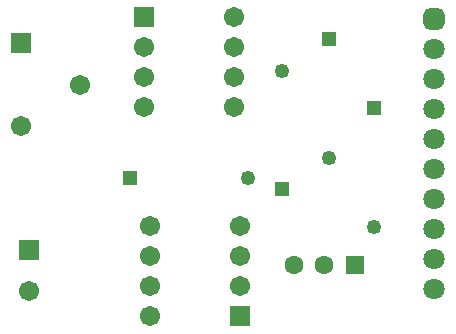
<source format=gbr>
%TF.GenerationSoftware,Altium Limited,Altium Designer,24.10.1 (45)*%
G04 Layer_Color=8388736*
%FSLAX45Y45*%
%MOMM*%
%TF.SameCoordinates,84579A9D-6CBE-44F1-8994-53D447095AA9*%
%TF.FilePolarity,Negative*%
%TF.FileFunction,Soldermask,Top*%
%TF.Part,Single*%
G01*
G75*
%TA.AperFunction,ComponentPad*%
%ADD13R,1.25000X1.25000*%
%ADD14C,1.25000*%
%ADD17R,1.25000X1.25000*%
%ADD27R,1.70320X1.70320*%
%ADD28C,1.70320*%
%ADD29R,1.71120X1.71120*%
%ADD30C,1.71120*%
%ADD31C,1.80320*%
G04:AMPARAMS|DCode=32|XSize=1.8032mm|YSize=1.8032mm|CornerRadius=0.5016mm|HoleSize=0mm|Usage=FLASHONLY|Rotation=270.000|XOffset=0mm|YOffset=0mm|HoleType=Round|Shape=RoundedRectangle|*
%AMROUNDEDRECTD32*
21,1,1.80320,0.80000,0,0,270.0*
21,1,0.80000,1.80320,0,0,270.0*
1,1,1.00320,-0.40000,-0.40000*
1,1,1.00320,-0.40000,0.40000*
1,1,1.00320,0.40000,0.40000*
1,1,1.00320,0.40000,-0.40000*
%
%ADD32ROUNDEDRECTD32*%
%ADD33C,1.60320*%
%ADD34R,1.60320X1.60320*%
D13*
X1455800Y1384300D02*
D03*
D14*
X2455800D02*
D03*
X3136900Y1557400D02*
D03*
X2743200Y2290700D02*
D03*
X3517900Y973200D02*
D03*
D17*
X3136900Y2557400D02*
D03*
X2743200Y1290700D02*
D03*
X3517900Y1973200D02*
D03*
D27*
X1574800Y2743200D02*
D03*
X2387600Y215900D02*
D03*
D28*
X1574800Y2489200D02*
D03*
Y2235200D02*
D03*
Y1981200D02*
D03*
X2336800Y2743200D02*
D03*
Y2489200D02*
D03*
Y2235200D02*
D03*
Y1981200D02*
D03*
X2387600Y469900D02*
D03*
Y723900D02*
D03*
Y977900D02*
D03*
X1625600Y215900D02*
D03*
Y469900D02*
D03*
Y723900D02*
D03*
Y977900D02*
D03*
D29*
X596900Y774700D02*
D03*
X530400Y2522900D02*
D03*
D30*
X596900Y424700D02*
D03*
X1030400Y2172900D02*
D03*
X530400Y1822900D02*
D03*
D31*
X4025900Y444500D02*
D03*
Y698500D02*
D03*
Y1460500D02*
D03*
Y1968500D02*
D03*
Y2476500D02*
D03*
Y2222500D02*
D03*
Y1714500D02*
D03*
Y1206500D02*
D03*
Y952500D02*
D03*
D32*
Y2730500D02*
D03*
D33*
X3098800Y647700D02*
D03*
X2838800D02*
D03*
D34*
X3358800D02*
D03*
%TF.MD5,f454264502b7ebb3d2f9bf16ea09813f*%
M02*

</source>
